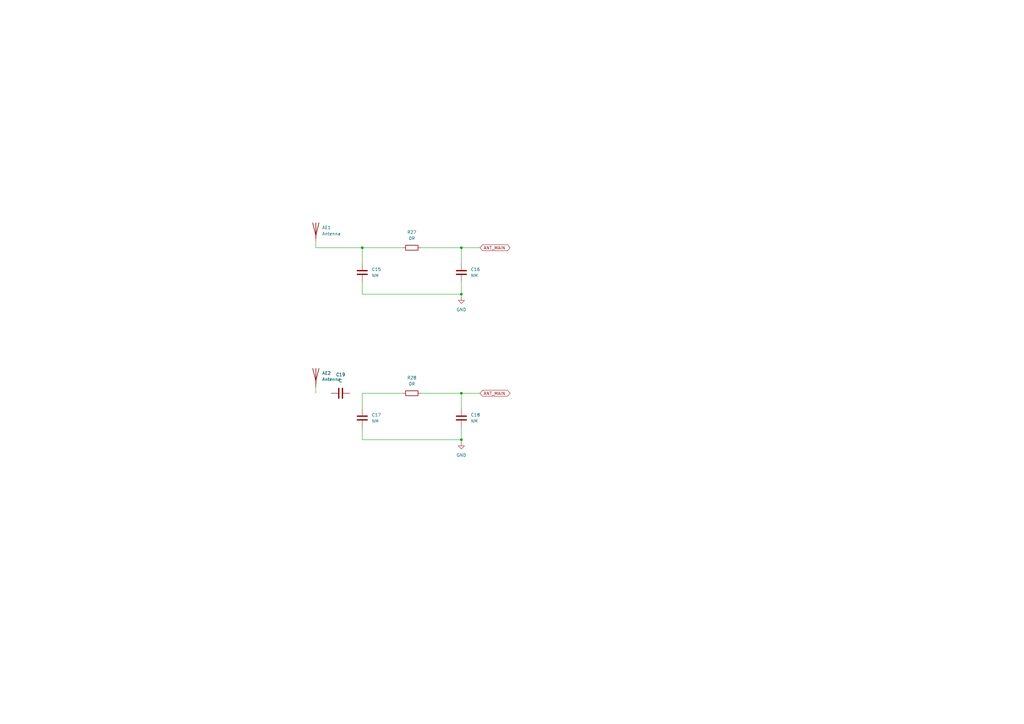
<source format=kicad_sch>
(kicad_sch (version 20250114) (generator "eeschema") (generator_version "9.0")
  (paper "A3")
  (title_block (title "Raspberry Pi HAT") (rev "A"))
  (lib_symbols
    (symbol "Device:Antenna" (pin_numbers (hide yes)) (pin_names (offset 1.016) (hide yes))
      (property "Reference" "AE" (at -1.905 1.905 0))
      (property "Value" "Antenna" (at -1.905 0 0))
      (symbol "Antenna_0_1"
        (polyline (pts (xy 0 2.54) (xy 0 -3.81)) (stroke (width 0.254)))
        (polyline (pts (xy 1.27 2.54) (xy 0 -2.54) (xy -1.27 2.54)) (stroke (width 0.254)))
      )
      (symbol "Antenna_1_1"
        (pin input line (at 0 -5.08 90) (length 2.54) (name "A") (number "1"))
      )
    )
    (symbol "Device:C" (pin_numbers (hide yes)) (pin_names (offset 0.254))
      (property "Reference" "C" (at 0.635 2.54 0))
      (property "Value" "C" (at 0.635 -2.54 0))
      (symbol "C_0_1"
        (polyline (pts (xy -2.032 0.762) (xy 2.032 0.762)) (stroke (width 0.508)))
        (polyline (pts (xy -2.032 -0.762) (xy 2.032 -0.762)) (stroke (width 0.508)))
      )
      (symbol "C_1_1"
        (pin passive line (at 0 3.81 270) (length 2.794) (name "~") (number "1"))
        (pin passive line (at 0 -3.81 90) (length 2.794) (name "~") (number "2"))
      )
    )
    (symbol "Device:R" (pin_numbers (hide yes)) (pin_names (offset 0))
      (property "Reference" "R" (at 2.032 0 90))
      (property "Value" "R" (at 0 0 90))
      (symbol "R_0_1"
        (rectangle (start -1.016 -2.54) (end 1.016 2.54) (stroke (width 0.254)))
      )
      (symbol "R_1_1"
        (pin passive line (at 0 3.81 270) (length 1.27) (name "~") (number "1"))
        (pin passive line (at 0 -3.81 90) (length 1.27) (name "~") (number "2"))
      )
    )
    (symbol "power:GND" (power) (pin_numbers (hide yes)) (pin_names (offset 0) (hide yes))
      (property "Value" "GND" (at 0 -3.81 0))
      (symbol "GND_0_1"
        (polyline (pts (xy 0 0) (xy 0 -1.27) (xy 1.27 -1.27) (xy 0 -2.54) (xy -1.27 -1.27) (xy 0 -1.27)))
      )
      (symbol "GND_1_1"
        (pin power_in line (at 0 0 270) (length 0) (name "~") (number "1"))
      )
    )
  )
  (junction (at 189.23 101.6))
  (junction (at 189.23 161.29))
  (junction (at 148.59 101.6))
  (junction (at 189.23 180.34))
  (junction (at 189.23 120.65))
  (wire (pts (xy 189.23 101.6) (xy 196.85 101.6)))
  (wire (pts (xy 189.23 101.6) (xy 189.23 107.95)))
  (wire (pts (xy 148.59 175.26) (xy 148.59 180.34)))
  (wire (pts (xy 148.59 101.6) (xy 148.59 107.95)))
  (wire (pts (xy 189.23 120.65) (xy 189.23 121.92)))
  (wire (pts (xy 172.72 101.6) (xy 189.23 101.6)))
  (wire (pts (xy 129.54 101.6) (xy 148.59 101.6)))
  (wire (pts (xy 148.59 101.6) (xy 165.1 101.6)))
  (wire (pts (xy 129.54 158.75) (xy 129.54 161.29)))
  (wire (pts (xy 189.23 161.29) (xy 189.23 167.64)))
  (wire (pts (xy 148.59 161.29) (xy 148.59 167.64)))
  (wire (pts (xy 148.59 161.29) (xy 165.1 161.29)))
  (wire (pts (xy 148.59 115.57) (xy 148.59 120.65)))
  (wire (pts (xy 189.23 161.29) (xy 196.85 161.29)))
  (wire (pts (xy 129.54 99.06) (xy 129.54 101.6)))
  (wire (pts (xy 148.59 120.65) (xy 189.23 120.65)))
  (wire (pts (xy 172.72 161.29) (xy 189.23 161.29)))
  (wire (pts (xy 148.59 180.34) (xy 189.23 180.34)))
  (wire (pts (xy 189.23 115.57) (xy 189.23 120.65)))
  (wire (pts (xy 189.23 180.34) (xy 189.23 181.61)))
  (wire (pts (xy 189.23 175.26) (xy 189.23 180.34)))
  (global_label "ANT_MAIN" (shape bidirectional) (at 196.85 101.6 0) (property "Intersheetrefs" "${INTERSHEET_REFS}" (effects (hide yes))))
  (global_label "ANT_MAIN" (shape bidirectional) (at 196.85 161.29 0) (property "Intersheetrefs" "${INTERSHEET_REFS}" (effects (hide yes))))
  (symbol (lib_id "Device:C") (at 148.59 171.45 0) (unit 1)
    (property "Reference" "C17" (at 152.4 170.1799 0) (effects (justify left)))
    (property "Value" "NM" (at 152.4 172.7199 0) (effects (justify left)))
    (property "Description" "Unpolarized capacitor" (effects (hide yes)))
  )
  (symbol (lib_id "Device:R") (at 168.91 101.6 90) (unit 1)
    (property "Reference" "R27" (at 168.91 95.25 90))
    (property "Value" "0R" (at 168.91 97.79 90))
    (property "Description" "Resistor" (effects (hide yes)))
  )
  (symbol (lib_id "Device:R") (at 168.91 161.29 90) (unit 1)
    (property "Reference" "R28" (at 168.91 154.94 90))
    (property "Value" "0R" (at 168.91 157.48 90))
    (property "Description" "Resistor" (effects (hide yes)))
  )
  (symbol (lib_id "Device:Antenna") (at 129.54 93.98 0) (unit 1)
    (property "Reference" "AE1" (at 132.08 93.3449 0) (effects (justify left)))
    (property "Value" "Antenna" (at 132.08 95.8849 0) (effects (justify left)))
    (property "Description" "Antenna" (effects (hide yes)))
  )
  (symbol (lib_id "Device:C") (at 139.7 161.29 90) (unit 1)
    (property "Reference" "C19" (at 139.7 153.67 90))
    (property "Value" "C" (at 139.7 156.21 90))
    (property "Description" "Unpolarized capacitor" (effects (hide yes)))
  )
  (symbol (lib_id "power:GND") (at 189.23 121.92 0) (unit 1)
    (property "Reference" "#PWR031" (effects (hide yes)))
    (property "Value" "GND" (at 189.23 127 0))
    (property "Description" "Power symbol creates a global label with name \"GND\" , ground" (effects (hide yes)))
  )
  (symbol (lib_id "Device:C") (at 189.23 111.76 0) (unit 1)
    (property "Reference" "C16" (at 193.04 110.4899 0) (effects (justify left)))
    (property "Value" "NM" (at 193.04 113.0299 0) (effects (justify left)))
    (property "Description" "Unpolarized capacitor" (effects (hide yes)))
  )
  (symbol (lib_id "power:GND") (at 189.23 181.61 0) (unit 1)
    (property "Reference" "#PWR032" (effects (hide yes)))
    (property "Value" "GND" (at 189.23 186.69 0))
    (property "Description" "Power symbol creates a global label with name \"GND\" , ground" (effects (hide yes)))
  )
  (symbol (lib_id "Device:Antenna") (at 129.54 153.67 0) (unit 1)
    (property "Reference" "AE2" (at 132.08 153.0349 0) (effects (justify left)))
    (property "Value" "Antenna" (at 132.08 155.5749 0) (effects (justify left)))
    (property "Description" "Antenna" (effects (hide yes)))
  )
  (symbol (lib_id "Device:C") (at 189.23 171.45 0) (unit 1)
    (property "Reference" "C18" (at 193.04 170.1799 0) (effects (justify left)))
    (property "Value" "NM" (at 193.04 172.7199 0) (effects (justify left)))
    (property "Description" "Unpolarized capacitor" (effects (hide yes)))
  )
  (symbol (lib_id "Device:C") (at 148.59 111.76 0) (unit 1)
    (property "Reference" "C15" (at 152.4 110.4899 0) (effects (justify left)))
    (property "Value" "NM" (at 152.4 113.0299 0) (effects (justify left)))
    (property "Description" "Unpolarized capacitor" (effects (hide yes)))
  )
)
</source>
